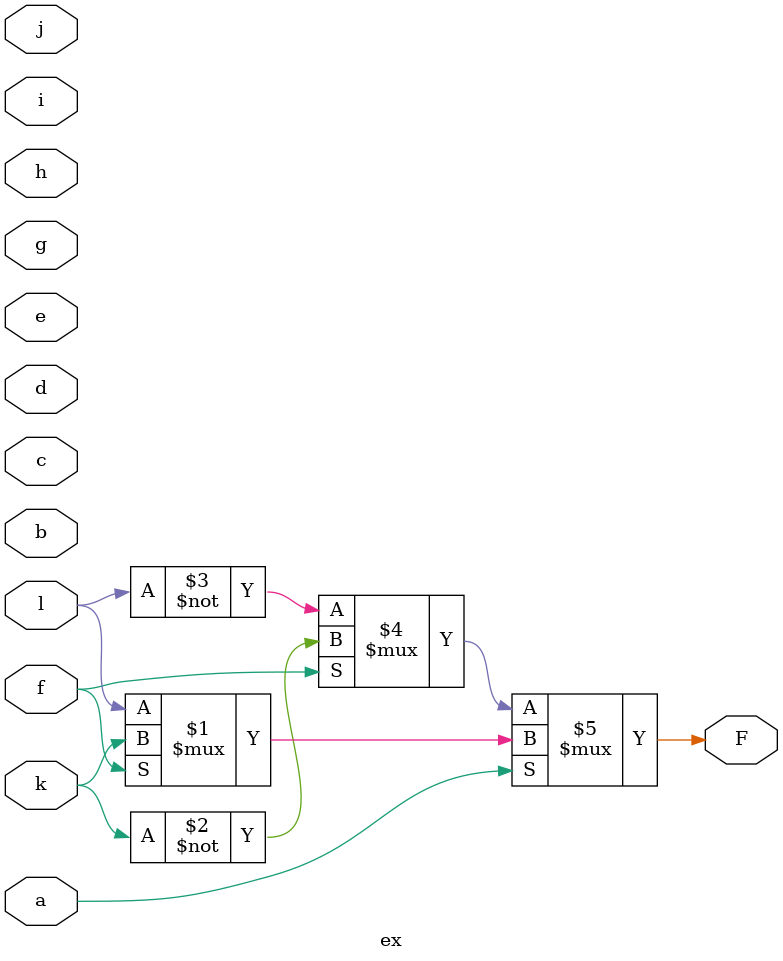
<source format=v>

module ex ( 
    a, b, c, d, e, f, g, h, i, j, k, l,
    F  );
  input  a, b, c, d, e, f, g, h, i, j, k, l;
  output F;
  assign F = a ? (f ? k : l) : (f ? ~k : ~l);
endmodule



</source>
